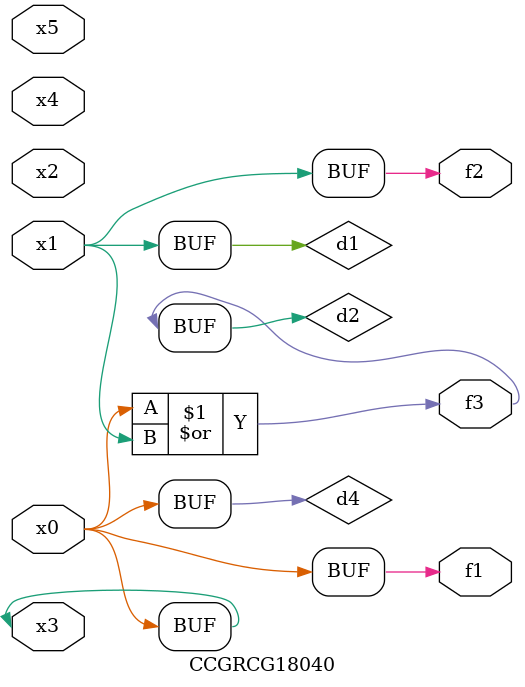
<source format=v>
module CCGRCG18040(
	input x0, x1, x2, x3, x4, x5,
	output f1, f2, f3
);

	wire d1, d2, d3, d4;

	and (d1, x1);
	or (d2, x0, x1);
	nand (d3, x0, x5);
	buf (d4, x0, x3);
	assign f1 = d4;
	assign f2 = d1;
	assign f3 = d2;
endmodule

</source>
